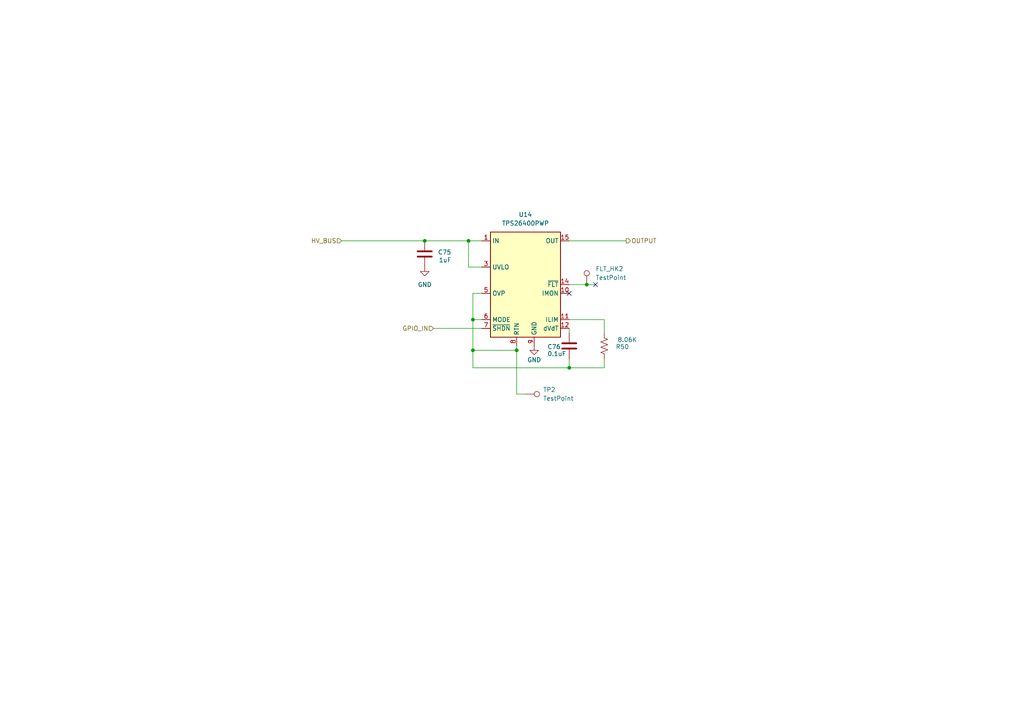
<source format=kicad_sch>
(kicad_sch (version 20250114) (generator "eeschema") (generator_version "9.0")
  (paper "A4")
  (lib_symbols
    (symbol "Connector:TestPoint" (pin_numbers (hide yes)) (pin_names (offset 0.762) (hide yes))
      (property "Reference" "TP" (at 0 6.858 0))
      (property "Value" "TestPoint" (at 0 5.08 0))
      (symbol "TestPoint_0_1"
        (circle (center 0 3.302) (radius 0.762))
      )
      (symbol "TestPoint_1_1"
        (pin passive line (at 0 0 90) (length 2.54) (name "1") (number "1"))
      )
    )
    (symbol "Device:C" (pin_numbers (hide yes)) (pin_names (offset 0.254))
      (property "Reference" "C" (at 0.635 2.54 0))
      (property "Value" "C" (at 0.635 -2.54 0))
      (symbol "C_0_1"
        (polyline (pts (xy -2.032 0.762) (xy 2.032 0.762)) (stroke (width 0.508)))
        (polyline (pts (xy -2.032 -0.762) (xy 2.032 -0.762)) (stroke (width 0.508)))
      )
      (symbol "C_1_1"
        (pin passive line (at 0 3.81 270) (length 2.794) (name "~") (number "1"))
        (pin passive line (at 0 -3.81 90) (length 2.794) (name "~") (number "2"))
      )
    )
    (symbol "Device:R_US" (pin_numbers (hide yes)) (pin_names (offset 0))
      (property "Reference" "R" (at 2.54 0 90))
      (property "Value" "R_US" (at -2.54 0 90))
      (symbol "R_US_0_1"
        (polyline (pts (xy 0 2.286) (xy 0 2.54)))
        (polyline (pts (xy 0 2.286) (xy 1.016 1.905) (xy 0 1.524) (xy -1.016 1.143) (xy 0 0.762)))
        (polyline (pts (xy 0 0.762) (xy 1.016 0.381) (xy 0 0) (xy -1.016 -0.381) (xy 0 -0.762)))
        (polyline (pts (xy 0 -0.762) (xy 1.016 -1.143) (xy 0 -1.524) (xy -1.016 -1.905) (xy 0 -2.286)))
        (polyline (pts (xy 0 -2.286) (xy 0 -2.54)))
      )
      (symbol "R_US_1_1"
        (pin passive line (at 0 3.81 270) (length 1.27) (name "~") (number "1"))
        (pin passive line (at 0 -3.81 90) (length 1.27) (name "~") (number "2"))
      )
    )
    (symbol "Power_Management:TPS26400PWP"
      (property "Reference" "U" (at -8.89 16.764 0))
      (property "Value" "TPS26400PWP" (at 7.62 16.764 0))
      (symbol "TPS26400PWP_0_1"
        (rectangle (start -10.16 15.24) (end 10.16 -15.24) (stroke (width 0.254)) (fill (type background)))
      )
      (symbol "TPS26400PWP_1_0"
        (pin no_connect line (at -10.16 0 0) (length 2.54) (hide yes) (name "NC") (number "4"))
        (pin no_connect line (at 10.16 -8.89 180) (length 2.54) (hide yes) (name "NC") (number "13"))
      )
      (symbol "TPS26400PWP_1_1"
        (pin power_in line (at -12.7 12.7 0) (length 2.54) (name "IN") (number "1"))
        (pin passive line (at -12.7 12.7 0) (length 2.54) (hide yes) (name "IN") (number "2"))
        (pin input line (at -12.7 5.08 0) (length 2.54) (name "UVLO") (number "3"))
        (pin input line (at -12.7 -2.54 0) (length 2.54) (name "OVP") (number "5"))
        (pin input line (at -12.7 -10.16 0) (length 2.54) (name "MODE") (number "6"))
        (pin input line (at -12.7 -12.7 0) (length 2.54) (name "~{SHDN}") (number "7"))
        (pin passive line (at -2.54 -17.78 90) (length 2.54) (hide yes) (name "RTN") (number "17"))
        (pin passive line (at -2.54 -17.78 90) (length 2.54) (name "RTN") (number "8"))
        (pin power_in line (at 2.54 -17.78 90) (length 2.54) (name "GND") (number "9"))
        (pin power_out line (at 12.7 12.7 180) (length 2.54) (name "OUT") (number "15"))
        (pin passive line (at 12.7 12.7 180) (length 2.54) (hide yes) (name "OUT") (number "16"))
        (pin open_collector line (at 12.7 0 180) (length 2.54) (name "~{FLT}") (number "14"))
        (pin output line (at 12.7 -2.54 180) (length 2.54) (name "IMON") (number "10"))
        (pin passive line (at 12.7 -10.16 180) (length 2.54) (name "ILIM") (number "11"))
        (pin passive line (at 12.7 -12.7 180) (length 2.54) (name "dVdT") (number "12"))
      )
    )
    (symbol "power:GND" (power) (pin_numbers (hide yes)) (pin_names (offset 0) (hide yes))
      (property "Value" "GND" (at 0 -3.81 0))
      (symbol "GND_0_1"
        (polyline (pts (xy 0 0) (xy 0 -1.27) (xy 1.27 -1.27) (xy 0 -2.54) (xy -1.27 -1.27) (xy 0 -1.27)))
      )
      (symbol "GND_1_1"
        (pin power_in line (at 0 0 270) (length 0) (name "~") (number "1"))
      )
    )
  )
  (junction (at 137.16 101.6))
  (junction (at 149.86 101.6))
  (junction (at 165.1 106.68))
  (junction (at 170.18 82.55))
  (junction (at 135.89 69.85))
  (junction (at 123.19 69.85))
  (junction (at 137.16 92.71))
  (no_connect (at 165.1 85.09))
  (no_connect (at 172.72 82.55))
  (wire (pts (xy 137.16 92.71) (xy 139.7 92.71)))
  (wire (pts (xy 175.26 96.52) (xy 175.26 92.71)))
  (wire (pts (xy 149.86 114.3) (xy 152.4 114.3)))
  (wire (pts (xy 135.89 77.47) (xy 139.7 77.47)))
  (wire (pts (xy 175.26 92.71) (xy 165.1 92.71)))
  (wire (pts (xy 165.1 104.14) (xy 165.1 106.68)))
  (wire (pts (xy 165.1 82.55) (xy 170.18 82.55)))
  (wire (pts (xy 123.19 69.85) (xy 135.89 69.85)))
  (wire (pts (xy 149.86 101.6) (xy 149.86 100.33)))
  (wire (pts (xy 149.86 101.6) (xy 149.86 114.3)))
  (wire (pts (xy 125.73 95.25) (xy 139.7 95.25)))
  (wire (pts (xy 137.16 92.71) (xy 137.16 101.6)))
  (wire (pts (xy 175.26 106.68) (xy 175.26 104.14)))
  (wire (pts (xy 165.1 96.52) (xy 165.1 95.25)))
  (wire (pts (xy 137.16 85.09) (xy 139.7 85.09)))
  (wire (pts (xy 135.89 69.85) (xy 135.89 77.47)))
  (wire (pts (xy 137.16 101.6) (xy 149.86 101.6)))
  (wire (pts (xy 135.89 69.85) (xy 139.7 69.85)))
  (wire (pts (xy 99.06 69.85) (xy 123.19 69.85)))
  (wire (pts (xy 165.1 106.68) (xy 175.26 106.68)))
  (wire (pts (xy 137.16 106.68) (xy 165.1 106.68)))
  (wire (pts (xy 137.16 85.09) (xy 137.16 92.71)))
  (wire (pts (xy 165.1 69.85) (xy 181.61 69.85)))
  (wire (pts (xy 137.16 101.6) (xy 137.16 106.68)))
  (wire (pts (xy 170.18 82.55) (xy 172.72 82.55)))
  (hierarchical_label "GPIO_IN" (shape input) (at 125.73 95.25 180))
  (hierarchical_label "HV_BUS" (shape input) (at 99.06 69.85 180))
  (hierarchical_label "OUTPUT" (shape output) (at 181.61 69.85 0))
  (symbol (lib_id "Connector:TestPoint") (at 152.4 114.3 270) (unit 1)
    (property "Reference" "TP2" (at 157.48 113.0299 90) (effects (justify left)))
    (property "Value" "TestPoint" (at 157.48 115.5699 90) (effects (justify left)))
    (property "Footprint" "_LVBus:HARWIN_S1751-46R" (effects (hide yes)))
    (property "Datasheet" "https://content.harwin.com/m/c5b84e6a45e9b9f6/original/DRG-02202-Technical-Drawing-Datasheet-S1751R-pdf.pdf" (effects (hide yes)))
    (property "Description" "PC TEST POINT NATURAL" (effects (hide yes)))
    (property "Mfr" "Harwin Inc." (effects (hide yes)))
    (property "Mfr P/N" "S1751-46R" (effects (hide yes)))
    (property "Supplier_1" "Digikey" (effects (hide yes)))
    (property "Supplier_1 P/N" "952-1478-2-ND" (effects (hide yes)))
    (property "Supplier_1 Unit Price" "0.28000" (effects (hide yes)))
    (property "Supplier_1 Price @ Qty" "1" (effects (hide yes)))
  )
  (symbol (lib_id "Device:C") (at 165.1 100.33 0) (unit 1)
    (property "Reference" "C76" (at 158.75 100.584 0) (effects (justify left)))
    (property "Value" "0.1uF" (at 158.75 102.616 0) (effects (justify left)))
    (property "Footprint" "Capacitor_SMD:C_0603_1608Metric" (effects (hide yes)))
    (property "Datasheet" "https://mm.digikey.com/Volume0/opasdata/d220001/medias/docus/609/CL10B104KB8NNNC_Spec.pdf" (effects (hide yes)))
    (property "Description" "0.1 µF ±10% 50V Ceramic Capacitor X7R 0603 (1608 Metric)" (effects (hide yes)))
    (property "Mfr" "Samsung Electro-Mechanics" (effects (hide yes)))
    (property "Mfr P/N" "CL10B104KB8NNNC" (effects (hide yes)))
    (property "Supplier_1" "DigiKey" (effects (hide yes)))
    (property "Supplier_1 P/N" "1276-1000-2-ND" (effects (hide yes)))
    (property "Supplier_1 Unit Price" "$0.08" (effects (hide yes)))
    (property "Supplier_1_Price @ QTY" "1" (effects (hide yes)))
  )
  (symbol (lib_id "power:GND") (at 154.94 100.33 0) (unit 1)
    (property "Reference" "#PWR0123" (effects (hide yes)))
    (property "Value" "GND" (at 154.94 104.394 0))
    (property "Description" "Power symbol creates a global label with name \"GND\" , ground" (effects (hide yes)))
  )
  (symbol (lib_id "Device:R_US") (at 175.26 100.33 0) (unit 1)
    (property "Reference" "R50" (at 178.562 100.584 0) (effects (justify left)))
    (property "Value" "8.06K" (at 179.07 98.552 0) (effects (justify left)))
    (property "Footprint" "Resistor_SMD:R_0603_1608Metric" (effects (hide yes)))
    (property "Datasheet" "https://industrial.panasonic.com/cdbs/www-data/pdf/RDM0000/AOA0000C307.pdf" (effects (hide yes)))
    (property "Description" "8.06 kOhms ±0.1% 0.1W, 1/10W Chip Resistor 0603 (1608 Metric) Automotive AEC-Q200 Thin Film" (effects (hide yes)))
    (property "Mfr" "Panasonic Electronic Components" (effects (hide yes)))
    (property "Mfr P/N" "ERA-3AEB8061V" (effects (hide yes)))
    (property "Supplier_1" "DigiKey" (effects (hide yes)))
    (property "Supplier_1 P/N" "P8.06KDBTR-ND" (effects (hide yes)))
    (property "Supplier_1 Unit Price" "0.10" (effects (hide yes)))
    (property "Supplier_1 Price @ QTY" "1" (effects (hide yes)))
  )
  (symbol (lib_id "Connector:TestPoint") (at 170.18 82.55 0) (unit 1)
    (property "Reference" "FLT_HK2" (at 172.72 77.9779 0) (effects (justify left)))
    (property "Value" "TestPoint" (at 172.72 80.5179 0) (effects (justify left)))
    (property "Footprint" "_LVBus:HARWIN_S1751-46R" (effects (hide yes)))
    (property "Datasheet" "https://content.harwin.com/m/c5b84e6a45e9b9f6/original/DRG-02202-Technical-Drawing-Datasheet-S1751R-pdf.pdf" (effects (hide yes)))
    (property "Description" "PC TEST POINT NATURAL" (effects (hide yes)))
    (property "Mfr" "Harwin Inc." (effects (hide yes)))
    (property "Mfr P/N" "S1751-46R" (effects (hide yes)))
    (property "Supplier_1" "Digikey" (effects (hide yes)))
    (property "Supplier_1 P/N" "952-1478-2-ND" (effects (hide yes)))
    (property "Supplier_1 Unit Price" "0.28000" (effects (hide yes)))
    (property "Supplier_1 Price @ QTY" "1" (effects (hide yes)))
  )
  (symbol (lib_id "power:GND") (at 123.19 77.47 0) (unit 1)
    (property "Reference" "#PWR0122" (effects (hide yes)))
    (property "Value" "GND" (at 123.19 82.55 0))
    (property "Description" "Power symbol creates a global label with name \"GND\" , ground" (effects (hide yes)))
  )
  (symbol (lib_id "Device:C") (at 123.19 73.66 0) (unit 1)
    (property "Reference" "C75" (at 127 73.152 0) (effects (justify left)))
    (property "Value" "1uF" (at 127.254 75.438 0) (effects (justify left)))
    (property "Footprint" "Capacitor_SMD:C_0603_1608Metric" (effects (hide yes)))
    (property "Datasheet" "https://mm.digikey.com/Volume0/opasdata/d220001/medias/docus/506/UMK107AB7105KA-T_SS.pdf" (effects (hide yes)))
    (property "Description" "1 µF ±10% 50V Ceramic Capacitor X7R 0603 (1608 Metric)" (effects (hide yes)))
    (property "Mfr" "Taiyo Yuden" (effects (hide yes)))
    (property "Mfr P/N" "UMK107AB7105KA-T" (effects (hide yes)))
    (property "Supplier_1" "DigiKey" (effects (hide yes)))
    (property "Supplier_1 P/N" "UMK107AB7105KA-T" (effects (hide yes)))
    (property "Supplier_1 Unit Price" "$0.08" (effects (hide yes)))
    (property "Supplier_1_Price @ QTY" "1" (effects (hide yes)))
  )
  (symbol (lib_id "Power_Management:TPS26400PWP") (at 152.4 82.55 0) (unit 1)
    (property "Reference" "U14" (at 152.4 62.23 0))
    (property "Value" "TPS26400PWP" (at 152.4 64.77 0))
    (property "Footprint" "Package_SO:HTSSOP-16-1EP_4.4x5mm_P0.65mm_EP3.4x5mm_Mask2.66x2.46mm_ThermalVias" (effects (hide yes)))
    (property "Datasheet" "https://www.ti.com/lit/ds/symlink/tps2640.pdf" (effects (hide yes)))
    (property "Description" "42V, 2A Current Limiting, Industrial eFuse, Reverse Current Blocking, Adjustable Overvoltage cut-off, Active Current Limiting, Circuit Breaker with auto-retry, HTSSOP-16" (effects (hide yes)))
    (property "Mfr" "Texas Instruments" (effects (hide yes)))
    (property "Mfr P/N" "TPS26400PWPR" (effects (hide yes)))
    (property "Supplier_1" "Digikey" (effects (hide yes)))
    (property "Supplier_1 P/N" "296-TPS26400PWPRTR-ND" (effects (hide yes)))
    (property "Supplier_1 Unit Price" "2.85000" (effects (hide yes)))
    (property "Supplier_1 Price @ QTY" "1" (effects (hide yes)))
  )
)
</source>
